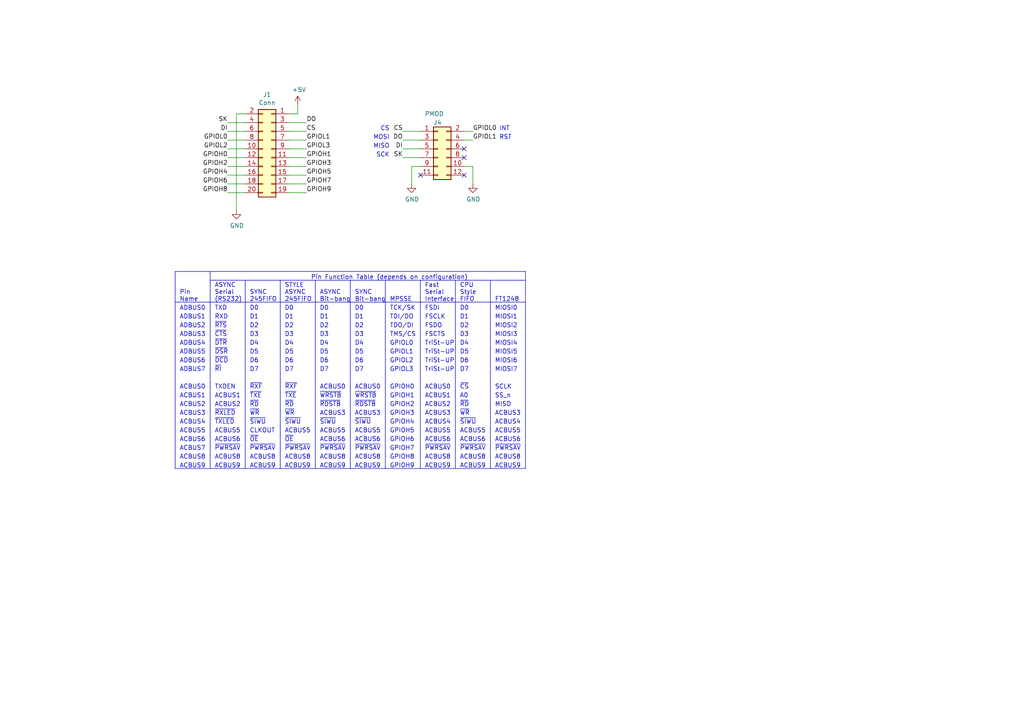
<source format=kicad_sch>
(kicad_sch (version 20230121) (generator eeschema)
  (paper "A4")
  (title_block (title "ftdi spi pmod adapter") (rev "V1.0a") (company "1BitSquared") (comment 1 "2018 (C) 1BitSquared <info@1bitsquared.com>") (comment 2 "2018 (C) Piotr Esden-Tempski <piotr@esden.net>") (comment 3 "License: CC-BY-SA 4.0"))
  (lib_symbols
    (symbol "Connector_Generic:Conn_02x06_Odd_Even" (pin_names (offset 1.016) hide)
      (property "Reference" "J" (at 1.27 7.62 0))
      (property "Value" "Conn_02x06_Odd_Even" (at 1.27 -10.16 0))
      (symbol "Conn_02x06_Odd_Even_1_1"
        (rectangle (start -1.27 -7.493) (end 0 -7.747) (stroke (width 0.1524)))
        (rectangle (start -1.27 -4.953) (end 0 -5.207) (stroke (width 0.1524)))
        (rectangle (start -1.27 -2.413) (end 0 -2.667) (stroke (width 0.1524)))
        (rectangle (start -1.27 0.127) (end 0 -0.127) (stroke (width 0.1524)))
        (rectangle (start -1.27 2.667) (end 0 2.413) (stroke (width 0.1524)))
        (rectangle (start -1.27 5.207) (end 0 4.953) (stroke (width 0.1524)))
        (rectangle (start -1.27 6.35) (end 3.81 -8.89) (stroke (width 0.254)) (fill (type background)))
        (rectangle (start 3.81 -7.493) (end 2.54 -7.747) (stroke (width 0.1524)))
        (rectangle (start 3.81 -4.953) (end 2.54 -5.207) (stroke (width 0.1524)))
        (rectangle (start 3.81 -2.413) (end 2.54 -2.667) (stroke (width 0.1524)))
        (rectangle (start 3.81 0.127) (end 2.54 -0.127) (stroke (width 0.1524)))
        (rectangle (start 3.81 2.667) (end 2.54 2.413) (stroke (width 0.1524)))
        (rectangle (start 3.81 5.207) (end 2.54 4.953) (stroke (width 0.1524)))
        (pin passive line (at -5.08 5.08 0) (length 3.81) (name "Pin_1") (number "1"))
        (pin passive line (at 7.62 -5.08 180) (length 3.81) (name "Pin_10") (number "10"))
        (pin passive line (at -5.08 -7.62 0) (length 3.81) (name "Pin_11") (number "11"))
        (pin passive line (at 7.62 -7.62 180) (length 3.81) (name "Pin_12") (number "12"))
        (pin passive line (at 7.62 5.08 180) (length 3.81) (name "Pin_2") (number "2"))
        (pin passive line (at -5.08 2.54 0) (length 3.81) (name "Pin_3") (number "3"))
        (pin passive line (at 7.62 2.54 180) (length 3.81) (name "Pin_4") (number "4"))
        (pin passive line (at -5.08 0 0) (length 3.81) (name "Pin_5") (number "5"))
        (pin passive line (at 7.62 0 180) (length 3.81) (name "Pin_6") (number "6"))
        (pin passive line (at -5.08 -2.54 0) (length 3.81) (name "Pin_7") (number "7"))
        (pin passive line (at 7.62 -2.54 180) (length 3.81) (name "Pin_8") (number "8"))
        (pin passive line (at -5.08 -5.08 0) (length 3.81) (name "Pin_9") (number "9"))
      )
    )
    (symbol "Connector_Generic:Conn_02x10_Odd_Even" (pin_names (offset 1.016) hide)
      (property "Reference" "J" (at 1.27 12.7 0))
      (property "Value" "Conn_02x10_Odd_Even" (at 1.27 -15.24 0))
      (symbol "Conn_02x10_Odd_Even_1_1"
        (rectangle (start -1.27 -12.573) (end 0 -12.827) (stroke (width 0.1524)))
        (rectangle (start -1.27 -10.033) (end 0 -10.287) (stroke (width 0.1524)))
        (rectangle (start -1.27 -7.493) (end 0 -7.747) (stroke (width 0.1524)))
        (rectangle (start -1.27 -4.953) (end 0 -5.207) (stroke (width 0.1524)))
        (rectangle (start -1.27 -2.413) (end 0 -2.667) (stroke (width 0.1524)))
        (rectangle (start -1.27 0.127) (end 0 -0.127) (stroke (width 0.1524)))
        (rectangle (start -1.27 2.667) (end 0 2.413) (stroke (width 0.1524)))
        (rectangle (start -1.27 5.207) (end 0 4.953) (stroke (width 0.1524)))
        (rectangle (start -1.27 7.747) (end 0 7.493) (stroke (width 0.1524)))
        (rectangle (start -1.27 10.287) (end 0 10.033) (stroke (width 0.1524)))
        (rectangle (start -1.27 11.43) (end 3.81 -13.97) (stroke (width 0.254)) (fill (type background)))
        (rectangle (start 3.81 -12.573) (end 2.54 -12.827) (stroke (width 0.1524)))
        (rectangle (start 3.81 -10.033) (end 2.54 -10.287) (stroke (width 0.1524)))
        (rectangle (start 3.81 -7.493) (end 2.54 -7.747) (stroke (width 0.1524)))
        (rectangle (start 3.81 -4.953) (end 2.54 -5.207) (stroke (width 0.1524)))
        (rectangle (start 3.81 -2.413) (end 2.54 -2.667) (stroke (width 0.1524)))
        (rectangle (start 3.81 0.127) (end 2.54 -0.127) (stroke (width 0.1524)))
        (rectangle (start 3.81 2.667) (end 2.54 2.413) (stroke (width 0.1524)))
        (rectangle (start 3.81 5.207) (end 2.54 4.953) (stroke (width 0.1524)))
        (rectangle (start 3.81 7.747) (end 2.54 7.493) (stroke (width 0.1524)))
        (rectangle (start 3.81 10.287) (end 2.54 10.033) (stroke (width 0.1524)))
        (pin passive line (at -5.08 10.16 0) (length 3.81) (name "Pin_1") (number "1"))
        (pin passive line (at 7.62 0 180) (length 3.81) (name "Pin_10") (number "10"))
        (pin passive line (at -5.08 -2.54 0) (length 3.81) (name "Pin_11") (number "11"))
        (pin passive line (at 7.62 -2.54 180) (length 3.81) (name "Pin_12") (number "12"))
        (pin passive line (at -5.08 -5.08 0) (length 3.81) (name "Pin_13") (number "13"))
        (pin passive line (at 7.62 -5.08 180) (length 3.81) (name "Pin_14") (number "14"))
        (pin passive line (at -5.08 -7.62 0) (length 3.81) (name "Pin_15") (number "15"))
        (pin passive line (at 7.62 -7.62 180) (length 3.81) (name "Pin_16") (number "16"))
        (pin passive line (at -5.08 -10.16 0) (length 3.81) (name "Pin_17") (number "17"))
        (pin passive line (at 7.62 -10.16 180) (length 3.81) (name "Pin_18") (number "18"))
        (pin passive line (at -5.08 -12.7 0) (length 3.81) (name "Pin_19") (number "19"))
        (pin passive line (at 7.62 10.16 180) (length 3.81) (name "Pin_2") (number "2"))
        (pin passive line (at 7.62 -12.7 180) (length 3.81) (name "Pin_20") (number "20"))
        (pin passive line (at -5.08 7.62 0) (length 3.81) (name "Pin_3") (number "3"))
        (pin passive line (at 7.62 7.62 180) (length 3.81) (name "Pin_4") (number "4"))
        (pin passive line (at -5.08 5.08 0) (length 3.81) (name "Pin_5") (number "5"))
        (pin passive line (at 7.62 5.08 180) (length 3.81) (name "Pin_6") (number "6"))
        (pin passive line (at -5.08 2.54 0) (length 3.81) (name "Pin_7") (number "7"))
        (pin passive line (at 7.62 2.54 180) (length 3.81) (name "Pin_8") (number "8"))
        (pin passive line (at -5.08 0 0) (length 3.81) (name "Pin_9") (number "9"))
      )
    )
    (symbol "power:+5V" (power) (pin_names (offset 0))
      (property "Value" "+5V" (at 0 3.556 0))
      (symbol "+5V_0_1"
        (polyline (pts (xy -0.762 1.27) (xy 0 2.54)))
        (polyline (pts (xy 0 0) (xy 0 2.54)))
        (polyline (pts (xy 0 2.54) (xy 0.762 1.27)))
      )
      (symbol "+5V_1_1"
        (pin power_in line (at 0 0 90) (length 0) hide (name "+5V") (number "1"))
      )
    )
    (symbol "power:GND" (power) (pin_names (offset 0))
      (property "Value" "GND" (at 0 -3.81 0))
      (symbol "GND_0_1"
        (polyline (pts (xy 0 0) (xy 0 -1.27) (xy 1.27 -1.27) (xy 0 -2.54) (xy -1.27 -1.27) (xy 0 -1.27)))
      )
      (symbol "GND_1_1"
        (pin power_in line (at 0 0 270) (length 0) hide (name "GND") (number "1"))
      )
    )
  )
  (no_connect (at 134.62 45.72))
  (no_connect (at 121.92 50.8))
  (no_connect (at 134.62 43.18))
  (no_connect (at 134.62 50.8))
  (wire (pts (xy 134.62 40.64) (xy 137.16 40.64)))
  (wire (pts (xy 86.36 33.02) (xy 83.82 33.02)))
  (wire (pts (xy 121.92 45.72) (xy 116.84 45.72)))
  (wire (pts (xy 134.62 48.26) (xy 137.16 48.26)))
  (wire (pts (xy 137.16 48.26) (xy 137.16 53.34)))
  (wire (pts (xy 83.82 53.34) (xy 88.9 53.34)))
  (polyline (pts (xy 60.96 81.28) (xy 152.4 81.28)))
  (wire (pts (xy 71.12 55.88) (xy 66.04 55.88)))
  (wire (pts (xy 83.82 48.26) (xy 88.9 48.26)))
  (polyline (pts (xy 81.28 135.89) (xy 81.28 81.28)))
  (wire (pts (xy 71.12 48.26) (xy 66.04 48.26)))
  (polyline (pts (xy 91.44 135.89) (xy 91.44 81.28)))
  (polyline (pts (xy 142.24 135.89) (xy 142.24 81.28)))
  (polyline (pts (xy 121.92 135.89) (xy 121.92 81.28)))
  (wire (pts (xy 71.12 43.18) (xy 66.04 43.18)))
  (polyline (pts (xy 111.76 135.89) (xy 111.76 81.28)))
  (wire (pts (xy 121.92 38.1) (xy 116.84 38.1)))
  (polyline (pts (xy 71.12 135.89) (xy 71.12 81.28)))
  (wire (pts (xy 71.12 53.34) (xy 66.04 53.34)))
  (wire (pts (xy 83.82 43.18) (xy 88.9 43.18)))
  (wire (pts (xy 119.38 48.26) (xy 119.38 53.34)))
  (wire (pts (xy 121.92 43.18) (xy 116.84 43.18)))
  (wire (pts (xy 68.58 33.02) (xy 71.12 33.02)))
  (wire (pts (xy 83.82 50.8) (xy 88.9 50.8)))
  (polyline (pts (xy 60.96 78.74) (xy 60.96 135.89)))
  (wire (pts (xy 121.92 40.64) (xy 116.84 40.64)))
  (wire (pts (xy 121.92 48.26) (xy 119.38 48.26)))
  (wire (pts (xy 83.82 35.56) (xy 88.9 35.56)))
  (wire (pts (xy 83.82 45.72) (xy 88.9 45.72)))
  (wire (pts (xy 83.82 55.88) (xy 88.9 55.88)))
  (wire (pts (xy 71.12 38.1) (xy 66.04 38.1)))
  (polyline (pts (xy 152.4 135.89) (xy 50.8 135.89)))
  (wire (pts (xy 83.82 38.1) (xy 88.9 38.1)))
  (wire (pts (xy 71.12 50.8) (xy 66.04 50.8)))
  (polyline (pts (xy 50.8 78.74) (xy 152.4 78.74)))
  (wire (pts (xy 71.12 45.72) (xy 66.04 45.72)))
  (polyline (pts (xy 50.8 78.74) (xy 50.8 135.89)))
  (polyline (pts (xy 152.4 78.74) (xy 152.4 135.89)))
  (wire (pts (xy 68.58 33.02) (xy 68.58 60.96)))
  (wire (pts (xy 83.82 40.64) (xy 88.9 40.64)))
  (wire (pts (xy 71.12 40.64) (xy 66.04 40.64)))
  (wire (pts (xy 71.12 35.56) (xy 66.04 35.56)))
  (wire (pts (xy 134.62 38.1) (xy 137.16 38.1)))
  (polyline (pts (xy 101.6 135.89) (xy 101.6 81.28)))
  (polyline (pts (xy 132.08 135.89) (xy 132.08 81.28)))
  (polyline (pts (xy 50.8 87.63) (xy 152.4 87.63)))
  (wire (pts (xy 86.36 33.02) (xy 86.36 30.48)))
  (text "ADBUS7" (at 52.07 107.95 0) (effects (font (size 1.27 1.27)) (justify left bottom)))
  (text "TXD" (at 62.23 90.17 0) (effects (font (size 1.27 1.27)) (justify left bottom)))
  (text "GPIOL0" (at 113.03 100.33 0) (effects (font (size 1.27 1.27)) (justify left bottom)))
  (text "FSDO" (at 123.19 95.25 0) (effects (font (size 1.27 1.27)) (justify left bottom)))
  (text "D7" (at 72.39 107.95 0) (effects (font (size 1.27 1.27)) (justify left bottom)))
  (text "SCLK" (at 143.51 113.03 0) (effects (font (size 1.27 1.27)) (justify left bottom)))
  (text "D6" (at 92.71 105.41 0) (effects (font (size 1.27 1.27)) (justify left bottom)))
  (text "D4" (at 82.55 100.33 0) (effects (font (size 1.27 1.27)) (justify left bottom)))
  (text "D7" (at 102.87 107.95 0) (effects (font (size 1.27 1.27)) (justify left bottom)))
  (text "ACBUS6" (at 92.71 128.27 0) (effects (font (size 1.27 1.27)) (justify left bottom)))
  (text "GPIOH9" (at 113.03 135.89 0) (effects (font (size 1.27 1.27)) (justify left bottom)))
  (text "ACBUS6" (at 102.87 128.27 0) (effects (font (size 1.27 1.27)) (justify left bottom)))
  (text "ACBUS3" (at 123.19 120.65 0) (effects (font (size 1.27 1.27)) (justify left bottom)))
  (text "ACBUS0" (at 123.19 113.03 0) (effects (font (size 1.27 1.27)) (justify left bottom)))
  (text "~{PWRSAV}" (at 82.55 130.81 0) (effects (font (size 1.27 1.27)) (justify left bottom)))
  (text "ACBUS5" (at 52.07 125.73 0) (effects (font (size 1.27 1.27)) (justify left bottom)))
  (text "~{DSR}" (at 62.23 102.87 0) (effects (font (size 1.27 1.27)) (justify left bottom)))
  (text "ACBUS5" (at 102.87 125.73 0) (effects (font (size 1.27 1.27)) (justify left bottom)))
  (text "~{SIWU}" (at 133.35 123.19 0) (effects (font (size 1.27 1.27)) (justify left bottom)))
  (text "ACBUS9" (at 143.51 135.89 0) (effects (font (size 1.27 1.27)) (justify left bottom)))
  (text "MIOSI1" (at 143.51 92.71 0) (effects (font (size 1.27 1.27)) (justify left bottom)))
  (text "D0" (at 72.39 90.17 0) (effects (font (size 1.27 1.27)) (justify left bottom)))
  (text "ACBUS2" (at 52.07 118.11 0) (effects (font (size 1.27 1.27)) (justify left bottom)))
  (text "ASYNC\nBit-bang" (at 92.71 87.63 0) (effects (font (size 1.27 1.27)) (justify left bottom)))
  (text "D3" (at 133.35 97.79 0) (effects (font (size 1.27 1.27)) (justify left bottom)))
  (text "ACBUS6" (at 123.19 128.27 0) (effects (font (size 1.27 1.27)) (justify left bottom)))
  (text "ACBUS8" (at 62.23 133.35 0) (effects (font (size 1.27 1.27)) (justify left bottom)))
  (text "ACBUS2" (at 123.19 118.11 0) (effects (font (size 1.27 1.27)) (justify left bottom)))
  (text "~{RXF}" (at 82.55 113.03 0) (effects (font (size 1.27 1.27)) (justify left bottom)))
  (text "~{PWRSAV}" (at 143.51 130.81 0) (effects (font (size 1.27 1.27)) (justify left bottom)))
  (text "~{RXLED}" (at 62.23 120.65 0) (effects (font (size 1.27 1.27)) (justify left bottom)))
  (text "GPIOL2" (at 113.03 105.41 0) (effects (font (size 1.27 1.27)) (justify left bottom)))
  (text "~{WRSTB}" (at 102.87 115.57 0) (effects (font (size 1.27 1.27)) (justify left bottom)))
  (text "D4" (at 92.71 100.33 0) (effects (font (size 1.27 1.27)) (justify left bottom)))
  (text "ACBUS5" (at 133.35 125.73 0) (effects (font (size 1.27 1.27)) (justify left bottom)))
  (text "MISO" (at 113.03 43.18 0) (effects (font (size 1.27 1.27)) (justify right bottom)))
  (text "~{WRSTB}" (at 92.71 115.57 0) (effects (font (size 1.27 1.27)) (justify left bottom)))
  (text "ACBUS8" (at 52.07 133.35 0) (effects (font (size 1.27 1.27)) (justify left bottom)))
  (text "GPIOH5" (at 113.03 125.73 0) (effects (font (size 1.27 1.27)) (justify left bottom)))
  (text "ACBUS7" (at 52.07 130.81 0) (effects (font (size 1.27 1.27)) (justify left bottom)))
  (text "GPIOH3" (at 113.03 120.65 0) (effects (font (size 1.27 1.27)) (justify left bottom)))
  (text "ACBUS6" (at 62.23 128.27 0) (effects (font (size 1.27 1.27)) (justify left bottom)))
  (text "MISO" (at 143.51 118.11 0) (effects (font (size 1.27 1.27)) (justify left bottom)))
  (text "FSCTS" (at 123.19 97.79 0) (effects (font (size 1.27 1.27)) (justify left bottom)))
  (text "D4" (at 72.39 100.33 0) (effects (font (size 1.27 1.27)) (justify left bottom)))
  (text "~{OE}" (at 72.39 128.27 0) (effects (font (size 1.27 1.27)) (justify left bottom)))
  (text "TCK/SK" (at 113.03 90.17 0) (effects (font (size 1.27 1.27)) (justify left bottom)))
  (text "~{DTR}" (at 62.23 100.33 0) (effects (font (size 1.27 1.27)) (justify left bottom)))
  (text "MOSI" (at 113.03 40.64 0) (effects (font (size 1.27 1.27)) (justify right bottom)))
  (text "~{SIWU}" (at 72.39 123.19 0) (effects (font (size 1.27 1.27)) (justify left bottom)))
  (text "D2" (at 82.55 95.25 0) (effects (font (size 1.27 1.27)) (justify left bottom)))
  (text "ACBUS9" (at 62.23 135.89 0) (effects (font (size 1.27 1.27)) (justify left bottom)))
  (text "D7" (at 133.35 107.95 0) (effects (font (size 1.27 1.27)) (justify left bottom)))
  (text "D2" (at 133.35 95.25 0) (effects (font (size 1.27 1.27)) (justify left bottom)))
  (text "CLKOUT" (at 72.39 125.73 0) (effects (font (size 1.27 1.27)) (justify left bottom)))
  (text "GPIOH2" (at 113.03 118.11 0) (effects (font (size 1.27 1.27)) (justify left bottom)))
  (text "~{SIWU}" (at 102.87 123.19 0) (effects (font (size 1.27 1.27)) (justify left bottom)))
  (text "D0" (at 133.35 90.17 0) (effects (font (size 1.27 1.27)) (justify left bottom)))
  (text "ADBUS2" (at 52.07 95.25 0) (effects (font (size 1.27 1.27)) (justify left bottom)))
  (text "GPIOL1" (at 113.03 102.87 0) (effects (font (size 1.27 1.27)) (justify left bottom)))
  (text "D5" (at 82.55 102.87 0) (effects (font (size 1.27 1.27)) (justify left bottom)))
  (text "Pin Function Table (depends on configuration)" (at 90.17 81.28 0) (effects (font (size 1.27 1.27)) (justify left bottom)))
  (text "ACBUS9" (at 102.87 135.89 0) (effects (font (size 1.27 1.27)) (justify left bottom)))
  (text "TriSt-UP" (at 123.19 107.95 0) (effects (font (size 1.27 1.27)) (justify left bottom)))
  (text "~{OE}" (at 82.55 128.27 0) (effects (font (size 1.27 1.27)) (justify left bottom)))
  (text "~{CTS}" (at 62.23 97.79 0) (effects (font (size 1.27 1.27)) (justify left bottom)))
  (text "~{TXLED}" (at 62.23 123.19 0) (effects (font (size 1.27 1.27)) (justify left bottom)))
  (text "ACBUS8" (at 102.87 133.35 0) (effects (font (size 1.27 1.27)) (justify left bottom)))
  (text "GPIOH1" (at 113.03 115.57 0) (effects (font (size 1.27 1.27)) (justify left bottom)))
  (text "TXDEN" (at 62.23 113.03 0) (effects (font (size 1.27 1.27)) (justify left bottom)))
  (text "GPIOH6" (at 113.03 128.27 0) (effects (font (size 1.27 1.27)) (justify left bottom)))
  (text "D3" (at 102.87 97.79 0) (effects (font (size 1.27 1.27)) (justify left bottom)))
  (text "~{RI}" (at 62.23 107.95 0) (effects (font (size 1.27 1.27)) (justify left bottom)))
  (text "D3" (at 92.71 97.79 0) (effects (font (size 1.27 1.27)) (justify left bottom)))
  (text "GPIOL3" (at 113.03 107.95 0) (effects (font (size 1.27 1.27)) (justify left bottom)))
  (text "ACBUS8" (at 72.39 133.35 0) (effects (font (size 1.27 1.27)) (justify left bottom)))
  (text "MPSSE" (at 113.03 87.63 0) (effects (font (size 1.27 1.27)) (justify left bottom)))
  (text "GPIOH4" (at 113.03 123.19 0) (effects (font (size 1.27 1.27)) (justify left bottom)))
  (text "ACBUS0" (at 52.07 113.03 0) (effects (font (size 1.27 1.27)) (justify left bottom)))
  (text "D2" (at 72.39 95.25 0) (effects (font (size 1.27 1.27)) (justify left bottom)))
  (text "D5" (at 133.35 102.87 0) (effects (font (size 1.27 1.27)) (justify left bottom)))
  (text "ACBUS5" (at 62.23 125.73 0) (effects (font (size 1.27 1.27)) (justify left bottom)))
  (text "ADBUS1" (at 52.07 92.71 0) (effects (font (size 1.27 1.27)) (justify left bottom)))
  (text "ACBUS3" (at 143.51 120.65 0) (effects (font (size 1.27 1.27)) (justify left bottom)))
  (text "RXD" (at 62.23 92.71 0) (effects (font (size 1.27 1.27)) (justify left bottom)))
  (text "~{RDSTB}" (at 92.71 118.11 0) (effects (font (size 1.27 1.27)) (justify left bottom)))
  (text "~{RD}" (at 82.55 118.11 0) (effects (font (size 1.27 1.27)) (justify left bottom)))
  (text "FSDI" (at 123.19 90.17 0) (effects (font (size 1.27 1.27)) (justify left bottom)))
  (text "ADBUS3" (at 52.07 97.79 0) (effects (font (size 1.27 1.27)) (justify left bottom)))
  (text "SYNC\n245FIFO" (at 72.39 87.63 0) (effects (font (size 1.27 1.27)) (justify left bottom)))
  (text "GPIOH8" (at 113.03 133.35 0) (effects (font (size 1.27 1.27)) (justify left bottom)))
  (text "ACBUS0" (at 92.71 113.03 0) (effects (font (size 1.27 1.27)) (justify left bottom)))
  (text "ADBUS0" (at 52.07 90.17 0) (effects (font (size 1.27 1.27)) (justify left bottom)))
  (text "D0" (at 82.55 90.17 0) (effects (font (size 1.27 1.27)) (justify left bottom)))
  (text "ASYNC\nSerial\n(RS232)" (at 62.23 87.63 0) (effects (font (size 1.27 1.27)) (justify left bottom)))
  (text "ACBUS1" (at 123.19 115.57 0) (effects (font (size 1.27 1.27)) (justify left bottom)))
  (text "~{RDSTB}" (at 102.87 118.11 0) (effects (font (size 1.27 1.27)) (justify left bottom)))
  (text "~{PWRSAV}" (at 102.87 130.81 0) (effects (font (size 1.27 1.27)) (justify left bottom)))
  (text "Pin\nName" (at 52.07 87.63 0) (effects (font (size 1.27 1.27)) (justify left bottom)))
  (text "~{RD}" (at 72.39 118.11 0) (effects (font (size 1.27 1.27)) (justify left bottom)))
  (text "ACBUS1" (at 52.07 115.57 0) (effects (font (size 1.27 1.27)) (justify left bottom)))
  (text "~{DCD}" (at 62.23 105.41 0) (effects (font (size 1.27 1.27)) (justify left bottom)))
  (text "TriSt-UP" (at 123.19 100.33 0) (effects (font (size 1.27 1.27)) (justify left bottom)))
  (text "ACBUS6" (at 143.51 128.27 0) (effects (font (size 1.27 1.27)) (justify left bottom)))
  (text "~{SIWU}" (at 82.55 123.19 0) (effects (font (size 1.27 1.27)) (justify left bottom)))
  (text "TDO/DI" (at 113.03 95.25 0) (effects (font (size 1.27 1.27)) (justify left bottom)))
  (text "~{CS}" (at 133.35 113.03 0) (effects (font (size 1.27 1.27)) (justify left bottom)))
  (text "D1" (at 133.35 92.71 0) (effects (font (size 1.27 1.27)) (justify left bottom)))
  (text "D0" (at 102.87 90.17 0) (effects (font (size 1.27 1.27)) (justify left bottom)))
  (text "A0" (at 133.35 115.57 0) (effects (font (size 1.27 1.27)) (justify left bottom)))
  (text "D3" (at 82.55 97.79 0) (effects (font (size 1.27 1.27)) (justify left bottom)))
  (text "FT1248" (at 143.51 87.63 0) (effects (font (size 1.27 1.27)) (justify left bottom)))
  (text "TDI/DO" (at 113.03 92.71 0) (effects (font (size 1.27 1.27)) (justify left bottom)))
  (text "ADBUS5" (at 52.07 102.87 0) (effects (font (size 1.27 1.27)) (justify left bottom)))
  (text "~{WR}" (at 82.55 120.65 0) (effects (font (size 1.27 1.27)) (justify left bottom)))
  (text "~{TXE}" (at 82.55 115.57 0) (effects (font (size 1.27 1.27)) (justify left bottom)))
  (text "FSCLK" (at 123.19 92.71 0) (effects (font (size 1.27 1.27)) (justify left bottom)))
  (text "D1" (at 102.87 92.71 0) (effects (font (size 1.27 1.27)) (justify left bottom)))
  (text "ACBUS3" (at 52.07 120.65 0) (effects (font (size 1.27 1.27)) (justify left bottom)))
  (text "D1" (at 82.55 92.71 0) (effects (font (size 1.27 1.27)) (justify left bottom)))
  (text "SCK" (at 113.03 45.72 0) (effects (font (size 1.27 1.27)) (justify right bottom)))
  (text "D4" (at 133.35 100.33 0) (effects (font (size 1.27 1.27)) (justify left bottom)))
  (text "D5" (at 72.39 102.87 0) (effects (font (size 1.27 1.27)) (justify left bottom)))
  (text "D7" (at 82.55 107.95 0) (effects (font (size 1.27 1.27)) (justify left bottom)))
  (text "ACBUS5" (at 82.55 125.73 0) (effects (font (size 1.27 1.27)) (justify left bottom)))
  (text "~{WR}" (at 72.39 120.65 0) (effects (font (size 1.27 1.27)) (justify left bottom)))
  (text "~{TXE}" (at 72.39 115.57 0) (effects (font (size 1.27 1.27)) (justify left bottom)))
  (text "ACBUS4" (at 123.19 123.19 0) (effects (font (size 1.27 1.27)) (justify left bottom)))
  (text "ACBUS9" (at 123.19 135.89 0) (effects (font (size 1.27 1.27)) (justify left bottom)))
  (text "ACBUS0" (at 102.87 113.03 0) (effects (font (size 1.27 1.27)) (justify left bottom)))
  (text "ACBUS8" (at 133.35 133.35 0) (effects (font (size 1.27 1.27)) (justify left bottom)))
  (text "GPIOH0" (at 113.03 113.03 0) (effects (font (size 1.27 1.27)) (justify left bottom)))
  (text "ACBUS8" (at 92.71 133.35 0) (effects (font (size 1.27 1.27)) (justify left bottom)))
  (text "D1" (at 72.39 92.71 0) (effects (font (size 1.27 1.27)) (justify left bottom)))
  (text "ACBUS3" (at 102.87 120.65 0) (effects (font (size 1.27 1.27)) (justify left bottom)))
  (text "ACBUS2" (at 62.23 118.11 0) (effects (font (size 1.27 1.27)) (justify left bottom)))
  (text "ACBUS5" (at 143.51 125.73 0) (effects (font (size 1.27 1.27)) (justify left bottom)))
  (text "ACBUS9" (at 72.39 135.89 0) (effects (font (size 1.27 1.27)) (justify left bottom)))
  (text "SYNC\nBit-bang" (at 102.87 87.63 0) (effects (font (size 1.27 1.27)) (justify left bottom)))
  (text "MIOSI4" (at 143.51 100.33 0) (effects (font (size 1.27 1.27)) (justify left bottom)))
  (text "ACBUS8" (at 123.19 133.35 0) (effects (font (size 1.27 1.27)) (justify left bottom)))
  (text "ACBUS9" (at 82.55 135.89 0) (effects (font (size 1.27 1.27)) (justify left bottom)))
  (text "D5" (at 102.87 102.87 0) (effects (font (size 1.27 1.27)) (justify left bottom)))
  (text "GPIOH7" (at 113.03 130.81 0) (effects (font (size 1.27 1.27)) (justify left bottom)))
  (text "MIOSI3" (at 143.51 97.79 0) (effects (font (size 1.27 1.27)) (justify left bottom)))
  (text "ACBUS5" (at 123.19 125.73 0) (effects (font (size 1.27 1.27)) (justify left bottom)))
  (text "TriSt-UP" (at 123.19 105.41 0) (effects (font (size 1.27 1.27)) (justify left bottom)))
  (text "MIOSI0" (at 143.51 90.17 0) (effects (font (size 1.27 1.27)) (justify left bottom)))
  (text "D5" (at 92.71 102.87 0) (effects (font (size 1.27 1.27)) (justify left bottom)))
  (text "ACBUS4" (at 143.51 123.19 0) (effects (font (size 1.27 1.27)) (justify left bottom)))
  (text "D6" (at 102.87 105.41 0) (effects (font (size 1.27 1.27)) (justify left bottom)))
  (text "INT" (at 144.78 38.1 0) (effects (font (size 1.27 1.27)) (justify left bottom)))
  (text "D4" (at 102.87 100.33 0) (effects (font (size 1.27 1.27)) (justify left bottom)))
  (text "D6" (at 72.39 105.41 0) (effects (font (size 1.27 1.27)) (justify left bottom)))
  (text "MIOSI7" (at 143.51 107.95 0) (effects (font (size 1.27 1.27)) (justify left bottom)))
  (text "~{SIWU}" (at 92.71 123.19 0) (effects (font (size 1.27 1.27)) (justify left bottom)))
  (text "STYLE\nASYNC\n245FIFO" (at 82.55 87.63 0) (effects (font (size 1.27 1.27)) (justify left bottom)))
  (text "TMS/CS" (at 113.03 97.79 0) (effects (font (size 1.27 1.27)) (justify left bottom)))
  (text "D2" (at 102.87 95.25 0) (effects (font (size 1.27 1.27)) (justify left bottom)))
  (text "ACBUS9" (at 92.71 135.89 0) (effects (font (size 1.27 1.27)) (justify left bottom)))
  (text "~{PWRSAV}" (at 72.39 130.81 0) (effects (font (size 1.27 1.27)) (justify left bottom)))
  (text "CPU\nStyle\nFIFO" (at 133.35 87.63 0) (effects (font (size 1.27 1.27)) (justify left bottom)))
  (text "ACBUS1" (at 62.23 115.57 0) (effects (font (size 1.27 1.27)) (justify left bottom)))
  (text "MIOSI6" (at 143.51 105.41 0) (effects (font (size 1.27 1.27)) (justify left bottom)))
  (text "D2" (at 92.71 95.25 0) (effects (font (size 1.27 1.27)) (justify left bottom)))
  (text "ADBUS6" (at 52.07 105.41 0) (effects (font (size 1.27 1.27)) (justify left bottom)))
  (text "D6" (at 133.35 105.41 0) (effects (font (size 1.27 1.27)) (justify left bottom)))
  (text "ACBUS8" (at 143.51 133.35 0) (effects (font (size 1.27 1.27)) (justify left bottom)))
  (text "D6" (at 82.55 105.41 0) (effects (font (size 1.27 1.27)) (justify left bottom)))
  (text "ACBUS8" (at 82.55 133.35 0) (effects (font (size 1.27 1.27)) (justify left bottom)))
  (text "SS_n" (at 143.51 115.57 0) (effects (font (size 1.27 1.27)) (justify left bottom)))
  (text "ACBUS6" (at 133.35 128.27 0) (effects (font (size 1.27 1.27)) (justify left bottom)))
  (text "D1" (at 92.71 92.71 0) (effects (font (size 1.27 1.27)) (justify left bottom)))
  (text "~{WR}" (at 133.35 120.65 0) (effects (font (size 1.27 1.27)) (justify left bottom)))
  (text "ACBUS9" (at 133.35 135.89 0) (effects (font (size 1.27 1.27)) (justify left bottom)))
  (text "MIOSI5" (at 143.51 102.87 0) (effects (font (size 1.27 1.27)) (justify left bottom)))
  (text "~{RXF}" (at 72.39 113.03 0) (effects (font (size 1.27 1.27)) (justify left bottom)))
  (text "~{RTS}" (at 62.23 95.25 0) (effects (font (size 1.27 1.27)) (justify left bottom)))
  (text "ACBUS9" (at 52.07 135.89 0) (effects (font (size 1.27 1.27)) (justify left bottom)))
  (text "~{PWRSAV}" (at 62.23 130.81 0) (effects (font (size 1.27 1.27)) (justify left bottom)))
  (text "ACBUS3" (at 92.71 120.65 0) (effects (font (size 1.27 1.27)) (justify left bottom)))
  (text "ADBUS4" (at 52.07 100.33 0) (effects (font (size 1.27 1.27)) (justify left bottom)))
  (text "~{PWRSAV}" (at 133.35 130.81 0) (effects (font (size 1.27 1.27)) (justify left bottom)))
  (text "ACBUS4" (at 52.07 123.19 0) (effects (font (size 1.27 1.27)) (justify left bottom)))
  (text "ACBUS5" (at 92.71 125.73 0) (effects (font (size 1.27 1.27)) (justify left bottom)))
  (text "D3" (at 72.39 97.79 0) (effects (font (size 1.27 1.27)) (justify left bottom)))
  (text "CS" (at 113.03 38.1 0) (effects (font (size 1.27 1.27)) (justify right bottom)))
  (text "Fast\nSerial\nInterface" (at 123.19 87.63 0) (effects (font (size 1.27 1.27)) (justify left bottom)))
  (text "~{PWRSAV}" (at 92.71 130.81 0) (effects (font (size 1.27 1.27)) (justify left bottom)))
  (text "~{PWRSAV}" (at 123.19 130.81 0) (effects (font (size 1.27 1.27)) (justify left bottom)))
  (text "D0" (at 92.71 90.17 0) (effects (font (size 1.27 1.27)) (justify left bottom)))
  (text "~{RD}" (at 133.35 118.11 0) (effects (font (size 1.27 1.27)) (justify left bottom)))
  (text "D7" (at 92.71 107.95 0) (effects (font (size 1.27 1.27)) (justify left bottom)))
  (text "RST" (at 144.78 40.64 0) (effects (font (size 1.27 1.27)) (justify left bottom)))
  (text "ACBUS6" (at 52.07 128.27 0) (effects (font (size 1.27 1.27)) (justify left bottom)))
  (text "MIOSI2" (at 143.51 95.25 0) (effects (font (size 1.27 1.27)) (justify left bottom)))
  (text "TriSt-UP" (at 123.19 102.87 0) (effects (font (size 1.27 1.27)) (justify left bottom)))
  (label "SK" (at 116.84 45.72 180))
  (label "DI" (at 116.84 43.18 180))
  (label "DI" (at 66.04 38.1 180))
  (label "GPIOL3" (at 88.9 43.18 0))
  (label "GPIOL0" (at 66.04 40.64 180))
  (label "GPIOH3" (at 88.9 48.26 0))
  (label "GPIOH5" (at 88.9 50.8 0))
  (label "GPIOL2" (at 66.04 43.18 180))
  (label "GPIOH1" (at 88.9 45.72 0))
  (label "GPIOL1" (at 137.16 40.64 0))
  (label "GPIOH2" (at 66.04 48.26 180))
  (label "GPIOL1" (at 88.9 40.64 0))
  (label "DO" (at 116.84 40.64 180))
  (label "CS" (at 116.84 38.1 180))
  (label "GPIOH0" (at 66.04 45.72 180))
  (label "GPIOH7" (at 88.9 53.34 0))
  (label "GPIOH8" (at 66.04 55.88 180))
  (label "GPIOH9" (at 88.9 55.88 0))
  (label "GPIOH4" (at 66.04 50.8 180))
  (label "GPIOL0" (at 137.16 38.1 0))
  (label "SK" (at 66.04 35.56 180))
  (label "CS" (at 88.9 38.1 0))
  (label "DO" (at 88.9 35.56 0))
  (label "GPIOH6" (at 66.04 53.34 180))
  (symbol (lib_id "power:GND") (at 137.16 53.34 0) (unit 1)
    (property "Reference" "#PWR0104" (effects hide))
    (property "Value" "GND" (at 137.287 57.8104 0))
  )
  (symbol (lib_id "Connector_Generic:Conn_02x06_Odd_Even") (at 127 43.18 0) (unit 1)
    (property "Reference" "J4" (at 125.73 35.56 0) (effects (justify left)))
    (property "Value" "PMOD" (at 123.19 33.02 0) (effects (justify left)))
    (property "Footprint" "Connector_PinHeader_2.54mm:PinHeader_2x06_P2.54mm_Horizontal" (effects hide))
    (property "Source" "ANY" (effects hide))
  )
  (symbol (lib_id "power:GND") (at 119.38 53.34 0) (unit 1)
    (property "Reference" "#PWR0103" (effects hide))
    (property "Value" "GND" (at 119.507 57.8104 0))
  )
  (symbol (lib_id "Connector_Generic:Conn_02x10_Odd_Even") (at 78.74 43.18 0) (mirror y) (unit 1)
    (property "Reference" "J1" (at 77.47 27.432 0))
    (property "Value" "Conn" (at 77.47 29.7942 0))
    (property "Footprint" "pkl_samtec:FTSH-EDGE-20pin" (effects hide))
    (property "Key" "conn-th-005in-2-10-hdr-ra" (effects hide))
    (property "Source" "ANY" (effects hide))
  )
  (symbol (lib_id "power:+5V") (at 86.36 30.48 0) (unit 1)
    (property "Reference" "#PWR0101" (effects hide))
    (property "Value" "+5V" (at 86.741 26.0096 0))
  )
  (symbol (lib_id "power:GND") (at 68.58 60.96 0) (unit 1)
    (property "Reference" "#PWR0102" (effects hide))
    (property "Value" "GND" (at 68.707 65.4304 0))
  )
)
</source>
